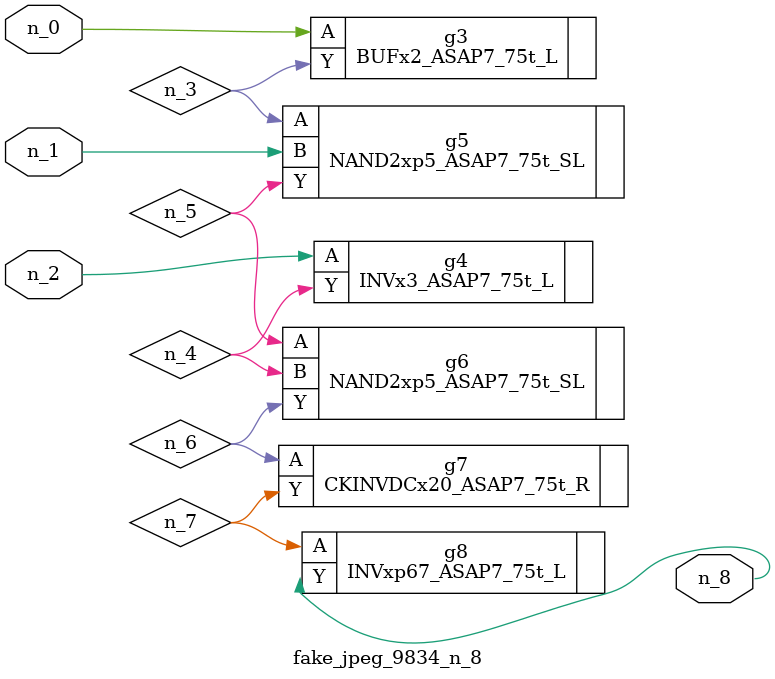
<source format=v>
module fake_jpeg_9834_n_8 (n_0, n_2, n_1, n_8);

input n_0;
input n_2;
input n_1;

output n_8;

wire n_3;
wire n_4;
wire n_6;
wire n_5;
wire n_7;

BUFx2_ASAP7_75t_L g3 ( 
.A(n_0),
.Y(n_3)
);

INVx3_ASAP7_75t_L g4 ( 
.A(n_2),
.Y(n_4)
);

NAND2xp5_ASAP7_75t_SL g5 ( 
.A(n_3),
.B(n_1),
.Y(n_5)
);

NAND2xp5_ASAP7_75t_SL g6 ( 
.A(n_5),
.B(n_4),
.Y(n_6)
);

CKINVDCx20_ASAP7_75t_R g7 ( 
.A(n_6),
.Y(n_7)
);

INVxp67_ASAP7_75t_L g8 ( 
.A(n_7),
.Y(n_8)
);


endmodule
</source>
